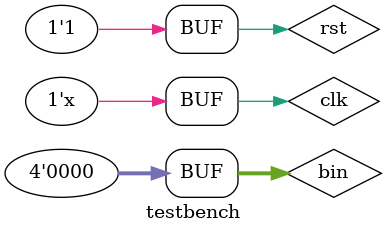
<source format=v>
`timescale 1ns / 1ps

module testbench;

reg clk;
reg rst;
reg [3:0] bin;
wire [7:0] bcd;

bianry_to_BCD uut (
    .clk(clk),
    .rst(rst),
    .bin(bin),
    .bcd(bcd)
);

always begin
    #5 clk = ~clk;
end

initial begin
    clk = 0;
    rst = 0;
    bin = 0;

    #10 rst = 1;
    
    for (bin = 0; bin <= 15; bin = bin + 1) begin
        #30;
    end
end

endmodule
</source>
